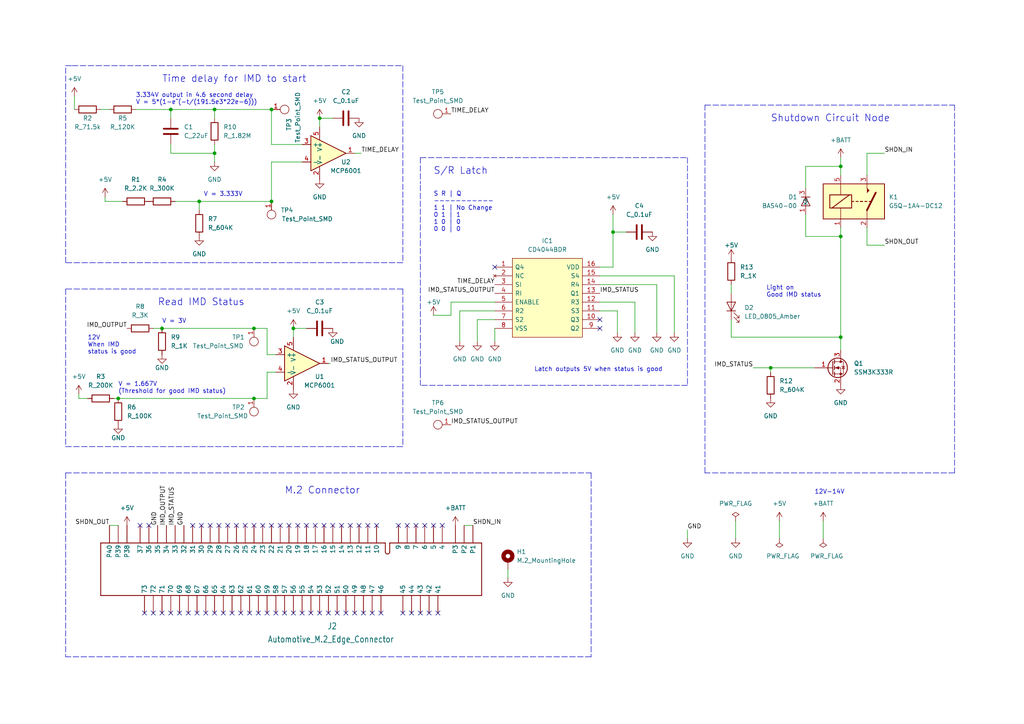
<source format=kicad_sch>
(kicad_sch (version 20211123) (generator eeschema)
  (paper "A4")
  (lib_symbols
    (symbol "formula:Automotive_M.2_Edge_Connector"
      (property "Reference" "J?" (at 1.27 49.53 0))
      (property "Value" "Automotive_M.2_Edge_Connector" (at 7.62 45.72 0))
      (symbol "Automotive_M.2_Edge_Connector_0_1"
        (arc (start -5.0436 15.2415) (mid -4.4198 15.8765) (end -5.0436 16.5115) (stroke (width 0.25)))
        (polyline (pts (xy -7.62 15.24) (xy -5.08 15.24)) (stroke (width 0.25)))
        (polyline (pts (xy -7.62 16.51) (xy -5.08 16.51)) (stroke (width 0.25)))
        (polyline (pts (xy -7.62 43.18) (xy -7.62 16.51)) (stroke (width 0.25)))
        (polyline (pts (xy 7.62 -67.31) (xy -7.62 -67.31)) (stroke (width 0.25)))
      )
      (symbol "Automotive_M.2_Edge_Connector_1_0"
        (polyline (pts (xy -7.62 -67.31) (xy -7.62 15.24)) (stroke (width 0.254)))
        (polyline (pts (xy 7.62 43.18) (xy -7.62 43.18)) (stroke (width 0.254)))
        (polyline (pts (xy 7.62 43.18) (xy 7.62 -67.31)) (stroke (width 0.254)))
        (pin bidirectional line (at -12.7 12.7 0) (length 5.08) (name "10") (number "10"))
        (pin bidirectional line (at -12.7 10.16 0) (length 5.08) (name "11") (number "11"))
        (pin bidirectional line (at -12.7 7.62 0) (length 5.08) (name "12") (number "12"))
        (pin bidirectional line (at -12.7 5.08 0) (length 5.08) (name "13") (number "13"))
        (pin bidirectional line (at -12.7 2.54 0) (length 5.08) (name "14") (number "14"))
        (pin bidirectional line (at -12.7 0 0) (length 5.08) (name "15") (number "15"))
        (pin bidirectional line (at -12.7 -2.54 0) (length 5.08) (name "16") (number "16"))
        (pin bidirectional line (at -12.7 -5.08 0) (length 5.08) (name "17") (number "17"))
        (pin bidirectional line (at -12.7 -7.62 0) (length 5.08) (name "18") (number "18"))
        (pin bidirectional line (at -12.7 -10.16 0) (length 5.08) (name "19") (number "19"))
        (pin bidirectional line (at -12.7 -12.7 0) (length 5.08) (name "20") (number "20"))
        (pin bidirectional line (at -12.7 -15.24 0) (length 5.08) (name "21") (number "21"))
        (pin bidirectional line (at -12.7 -17.78 0) (length 5.08) (name "22") (number "22"))
        (pin bidirectional line (at -12.7 -20.32 0) (length 5.08) (name "23") (number "23"))
        (pin bidirectional line (at -12.7 -22.86 0) (length 5.08) (name "24") (number "24"))
        (pin bidirectional line (at -12.7 -25.4 0) (length 5.08) (name "25") (number "25"))
        (pin bidirectional line (at -12.7 -27.94 0) (length 5.08) (name "26") (number "26"))
        (pin bidirectional line (at -12.7 -30.48 0) (length 5.08) (name "27") (number "27"))
        (pin bidirectional line (at -12.7 -33.02 0) (length 5.08) (name "28") (number "28"))
        (pin bidirectional line (at -12.7 -35.56 0) (length 5.08) (name "29") (number "29"))
        (pin bidirectional line (at -12.7 -38.1 0) (length 5.08) (name "30") (number "30"))
        (pin bidirectional line (at -12.7 -40.64 0) (length 5.08) (name "31") (number "31"))
        (pin bidirectional line (at -12.7 -43.18 0) (length 5.08) (name "32") (number "32"))
        (pin bidirectional line (at -12.7 -45.72 0) (length 5.08) (name "33") (number "33"))
        (pin bidirectional line (at -12.7 -48.26 0) (length 5.08) (name "34") (number "34"))
        (pin bidirectional line (at -12.7 -50.8 0) (length 5.08) (name "35") (number "35"))
        (pin bidirectional line (at -12.7 -53.34 0) (length 5.08) (name "36") (number "36"))
        (pin bidirectional line (at -12.7 -55.88 0) (length 5.08) (name "37") (number "37"))
        (pin bidirectional line (at -12.7 31.75 0) (length 5.08) (name "4") (number "4"))
        (pin bidirectional line (at 12.7 30.48 180) (length 5.08) (name "41") (number "41"))
        (pin bidirectional line (at 12.7 27.94 180) (length 5.08) (name "42") (number "42"))
        (pin bidirectional line (at 12.7 25.4 180) (length 5.08) (name "43") (number "43"))
        (pin bidirectional line (at 12.7 22.86 180) (length 5.08) (name "44") (number "44"))
        (pin bidirectional line (at 12.7 20.32 180) (length 5.08) (name "45") (number "45"))
        (pin bidirectional line (at 12.7 13.97 180) (length 5.08) (name "46") (number "46"))
        (pin bidirectional line (at 12.7 11.43 180) (length 5.08) (name "47") (number "47"))
        (pin bidirectional line (at 12.7 8.89 180) (length 5.08) (name "48") (number "48"))
        (pin bidirectional line (at 12.7 6.35 180) (length 5.08) (name "49") (number "49"))
        (pin bidirectional line (at -12.7 29.21 0) (length 5.08) (name "5") (number "5"))
        (pin bidirectional line (at 12.7 3.81 180) (length 5.08) (name "50") (number "50"))
        (pin bidirectional line (at 12.7 1.27 180) (length 5.08) (name "51") (number "51"))
        (pin bidirectional line (at 12.7 -1.27 180) (length 5.08) (name "52") (number "52"))
        (pin bidirectional line (at 12.7 -3.81 180) (length 5.08) (name "53") (number "53"))
        (pin bidirectional line (at 12.7 -6.35 180) (length 5.08) (name "54") (number "54"))
        (pin bidirectional line (at 12.7 -8.89 180) (length 5.08) (name "55") (number "55"))
        (pin bidirectional line (at 12.7 -11.43 180) (length 5.08) (name "56") (number "56"))
        (pin bidirectional line (at 12.7 -13.97 180) (length 5.08) (name "57") (number "57"))
        (pin bidirectional line (at 12.7 -16.51 180) (length 5.08) (name "58") (number "58"))
        (pin bidirectional line (at 12.7 -19.05 180) (length 5.08) (name "59") (number "59"))
        (pin bidirectional line (at -12.7 26.67 0) (length 5.08) (name "6") (number "6"))
        (pin bidirectional line (at 12.7 -21.59 180) (length 5.08) (name "60") (number "60"))
        (pin bidirectional line (at 12.7 -24.13 180) (length 5.08) (name "61") (number "61"))
        (pin bidirectional line (at 12.7 -26.67 180) (length 5.08) (name "62") (number "62"))
        (pin bidirectional line (at 12.7 -29.21 180) (length 5.08) (name "63") (number "63"))
        (pin bidirectional line (at 12.7 -31.75 180) (length 5.08) (name "64") (number "64"))
        (pin bidirectional line (at 12.7 -34.29 180) (length 5.08) (name "65") (number "65"))
        (pin bidirectional line (at 12.7 -36.83 180) (length 5.08) (name "66") (number "66"))
        (pin bidirectional line (at 12.7 -39.37 180) (length 5.08) (name "67") (number "67"))
        (pin bidirectional line (at 12.7 -41.91 180) (length 5.08) (name "68") (number "68"))
        (pin bidirectional line (at 12.7 -44.45 180) (length 5.08) (name "69") (number "69"))
        (pin bidirectional line (at -12.7 24.13 0) (length 5.08) (name "7") (number "7"))
        (pin bidirectional line (at 12.7 -46.99 180) (length 5.08) (name "70") (number "70"))
        (pin bidirectional line (at 12.7 -49.53 180) (length 5.08) (name "71") (number "71"))
        (pin bidirectional line (at 12.7 -52.07 180) (length 5.08) (name "72") (number "72"))
        (pin bidirectional line (at 12.7 -54.61 180) (length 5.08) (name "73") (number "73"))
        (pin bidirectional line (at -12.7 21.59 0) (length 5.08) (name "8") (number "8"))
        (pin bidirectional line (at -12.7 19.05 0) (length 5.08) (name "9") (number "9"))
        (pin bidirectional line (at -12.7 40.64 0) (length 5.08) (name "P1") (number "P1"))
        (pin bidirectional line (at -12.7 38.1 0) (length 5.08) (name "P2") (number "P2"))
        (pin bidirectional line (at -12.7 35.56 0) (length 5.08) (name "P3") (number "P3"))
        (pin bidirectional line (at -12.7 -59.69 0) (length 5.08) (name "P38") (number "P38"))
        (pin bidirectional line (at -12.7 -62.23 0) (length 5.08) (name "P39") (number "P39"))
        (pin bidirectional line (at -12.7 -64.77 0) (length 5.08) (name "P40") (number "P40"))
      )
    )
    (symbol "formula:BAS40-00" (pin_names (offset 1.016))
      (property "Reference" "D" (at 0 2.54 0))
      (property "Value" "BAS40-00" (at 0 -2.54 0))
      (symbol "BAS40-00_1_1"
        (polyline (pts (xy -1.27 1.27) (xy -1.27 -1.27)) (stroke (width 0.2032)))
        (polyline (pts (xy 1.27 0) (xy -1.27 0)))
        (polyline (pts (xy 1.27 1.27) (xy 1.27 -1.27) (xy -1.27 0) (xy 1.27 1.27)) (stroke (width 0.2032)))
        (pin passive line (at 3.81 0 180) (length 2.54) (name "A") (number "1"))
        (pin passive line (at -3.81 0 0) (length 2.54) (name "K") (number "3"))
      )
    )
    (symbol "formula:CD4044BDR" (pin_names (offset 0.762))
      (property "Reference" "IC" (at 26.67 7.62 0))
      (property "Value" "CD4044BDR" (at 26.67 5.08 0))
      (symbol "CD4044BDR_0_0"
        (pin passive line (at 0 0 0) (length 5.08) (name "Q4") (number "1"))
        (pin passive line (at 30.48 -15.24 180) (length 5.08) (name "Q3") (number "10"))
        (pin passive line (at 30.48 -12.7 180) (length 5.08) (name "S3") (number "11"))
        (pin passive line (at 30.48 -10.16 180) (length 5.08) (name "R3") (number "12"))
        (pin passive line (at 30.48 -7.62 180) (length 5.08) (name "Q1") (number "13"))
        (pin passive line (at 30.48 -5.08 180) (length 5.08) (name "R4") (number "14"))
        (pin passive line (at 30.48 -2.54 180) (length 5.08) (name "S4") (number "15"))
        (pin passive line (at 30.48 0 180) (length 5.08) (name "VDD") (number "16"))
        (pin no_connect line (at 0 -2.54 0) (length 5.08) (name "NC") (number "2"))
        (pin passive line (at 0 -5.08 0) (length 5.08) (name "SI") (number "3"))
        (pin passive line (at 0 -7.62 0) (length 5.08) (name "RI") (number "4"))
        (pin passive line (at 0 -10.16 0) (length 5.08) (name "ENABLE") (number "5"))
        (pin passive line (at 0 -12.7 0) (length 5.08) (name "R2") (number "6"))
        (pin passive line (at 0 -15.24 0) (length 5.08) (name "S2") (number "7"))
        (pin passive line (at 0 -17.78 0) (length 5.08) (name "VSS") (number "8"))
        (pin passive line (at 30.48 -17.78 180) (length 5.08) (name "Q2") (number "9"))
      )
      (symbol "CD4044BDR_0_1"
        (polyline (pts (xy 5.08 2.54) (xy 25.4 2.54) (xy 25.4 -20.32) (xy 5.08 -20.32) (xy 5.08 2.54)) (stroke (width 0.1524)) (fill (type background)))
      )
    )
    (symbol "formula:C_0.1uF" (pin_numbers hide) (pin_names (offset 0.254))
      (property "Reference" "C" (at 0.635 2.54 0))
      (property "Value" "C_0.1uF" (at 0.635 -2.54 0))
      (symbol "C_0.1uF_0_1"
        (polyline (pts (xy -2.032 -0.762) (xy 2.032 -0.762)) (stroke (width 0.508)))
        (polyline (pts (xy -2.032 0.762) (xy 2.032 0.762)) (stroke (width 0.508)))
      )
      (symbol "C_0.1uF_1_1"
        (pin passive line (at 0 3.81 270) (length 2.794) (name "~") (number "1"))
        (pin passive line (at 0 -3.81 90) (length 2.794) (name "~") (number "2"))
      )
    )
    (symbol "formula:C_22uF" (pin_numbers hide) (pin_names (offset 0.254))
      (property "Reference" "C" (at 0.635 2.54 0))
      (property "Value" "C_22uF" (at 0.635 -2.54 0))
      (symbol "C_22uF_0_1"
        (polyline (pts (xy -2.032 -0.762) (xy 2.032 -0.762)) (stroke (width 0.508)))
        (polyline (pts (xy -2.032 0.762) (xy 2.032 0.762)) (stroke (width 0.508)))
      )
      (symbol "C_22uF_1_1"
        (pin passive line (at 0 3.81 270) (length 2.794) (name "~") (number "1"))
        (pin passive line (at 0 -3.81 90) (length 2.794) (name "~") (number "2"))
      )
    )
    (symbol "formula:G5Q-1A4-DC12" (pin_names (offset 1.016))
      (property "Reference" "K" (at -1.27 12.7 0))
      (property "Value" "G5Q-1A4-DC12" (at 0 -10.16 0))
      (symbol "G5Q-1A4-DC12_1_0"
        (polyline (pts (xy 2.54 3.81) (xy 2.54 5.08)))
      )
      (symbol "G5Q-1A4-DC12_1_1"
        (rectangle (start -10.16 5.08) (end 7.62 -5.08) (stroke (width 0.254)) (fill (type background)))
        (rectangle (start -8.255 1.905) (end -1.905 -1.905) (stroke (width 0.254)))
        (polyline (pts (xy -7.62 -1.905) (xy -2.54 1.905)) (stroke (width 0.254)))
        (polyline (pts (xy -5.08 -5.08) (xy -5.08 -1.905)))
        (polyline (pts (xy -5.08 5.08) (xy -5.08 1.905)))
        (polyline (pts (xy -1.905 0) (xy -1.27 0)) (stroke (width 0.254)))
        (polyline (pts (xy -0.635 0) (xy 0 0)) (stroke (width 0.254)))
        (polyline (pts (xy 0.635 0) (xy 1.27 0)) (stroke (width 0.254)))
        (polyline (pts (xy 0.635 0) (xy 1.27 0)) (stroke (width 0.254)))
        (polyline (pts (xy 1.905 0) (xy 2.54 0)) (stroke (width 0.254)))
        (polyline (pts (xy 2.54 -2.54) (xy 2.54 -5.08)))
        (polyline (pts (xy 2.54 -2.54) (xy 5.08 2.54)) (stroke (width 0.508)))
        (polyline (pts (xy 3.175 0) (xy 3.81 0)) (stroke (width 0.254)))
        (polyline (pts (xy 2.54 2.54) (xy 3.175 3.175) (xy 2.54 3.81)) (fill (type outline)))
        (pin passive line (at -5.08 -7.62 90) (length 2.54) (name "~") (number "1"))
        (pin passive line (at 2.54 -7.62 90) (length 2.54) (name "~") (number "2"))
        (pin passive line (at 2.54 7.62 270) (length 2.54) (name "~") (number "3"))
        (pin passive line (at -5.08 7.62 270) (length 2.54) (name "~") (number "5"))
      )
    )
    (symbol "formula:LED_0805_Amber" (pin_numbers hide) (pin_names (offset 1.016) hide)
      (property "Reference" "D" (at 0 -2.54 0))
      (property "Value" "LED_0805_Amber" (at 0 2.54 0))
      (symbol "LED_0805_Amber_0_1"
        (polyline (pts (xy -1.27 -1.27) (xy -1.27 1.27)) (stroke (width 0.2032)))
        (polyline (pts (xy -1.27 0) (xy 1.27 0)))
        (polyline (pts (xy 1.27 -1.27) (xy 1.27 1.27) (xy -1.27 0) (xy 1.27 -1.27)) (stroke (width 0.2032)))
        (polyline (pts (xy -3.048 -0.762) (xy -4.572 -2.286) (xy -3.81 -2.286) (xy -4.572 -2.286) (xy -4.572 -1.524)))
        (polyline (pts (xy -1.778 -0.762) (xy -3.302 -2.286) (xy -2.54 -2.286) (xy -3.302 -2.286) (xy -3.302 -1.524)))
      )
      (symbol "LED_0805_Amber_1_1"
        (pin passive line (at -3.81 0 0) (length 2.54) (name "K") (number "1"))
        (pin passive line (at 3.81 0 180) (length 2.54) (name "A") (number "2"))
      )
    )
    (symbol "formula:M.2_MountingHole" (pin_numbers hide) (pin_names (offset 1.016) hide)
      (property "Reference" "H" (at 0 6.35 0))
      (property "Value" "M.2_MountingHole" (at 0 4.445 0))
      (symbol "M.2_MountingHole_0_1"
        (circle (center 0 1.27) (radius 1.27) (stroke (width 1.27)))
      )
      (symbol "M.2_MountingHole_1_1"
        (pin input line (at 0 -2.54 90) (length 2.54) (name "1") (number "1"))
      )
    )
    (symbol "formula:MCP6001"
      (property "Reference" "U" (at 0 5.08 0))
      (property "Value" "MCP6001" (at 0 -5.08 0))
      (symbol "MCP6001_0_1"
        (polyline (pts (xy -5.08 5.08) (xy 5.08 0) (xy -5.08 -5.08) (xy -5.08 5.08)) (stroke (width 0.254)) (fill (type background)))
        (pin power_in line (at -2.54 -7.62 90) (length 3.81) (name "V-") (number "2"))
        (pin power_in line (at -2.54 7.62 270) (length 3.81) (name "V+") (number "5"))
      )
      (symbol "MCP6001_1_1"
        (pin output line (at 7.62 0 180) (length 2.54) (name "~") (number "1"))
        (pin input line (at -7.62 2.54 0) (length 2.54) (name "+") (number "3"))
        (pin input line (at -7.62 -2.54 0) (length 2.54) (name "-") (number "4"))
      )
    )
    (symbol "formula:R_1.82M" (pin_numbers hide) (pin_names (offset 0))
      (property "Reference" "R" (at 2.032 0 90))
      (property "Value" "R_1.82M" (at -2.54 0 90))
      (symbol "R_1.82M_0_1"
        (rectangle (start -1.016 -2.54) (end 1.016 2.54) (stroke (width 0.254)))
      )
      (symbol "R_1.82M_1_1"
        (pin passive line (at 0 3.81 270) (length 1.27) (name "~") (number "1"))
        (pin passive line (at 0 -3.81 90) (length 1.27) (name "~") (number "2"))
      )
    )
    (symbol "formula:R_100K" (pin_numbers hide) (pin_names (offset 0))
      (property "Reference" "R" (at 2.032 0 90))
      (property "Value" "R_100K" (at -2.54 0 90))
      (symbol "R_100K_0_1"
        (rectangle (start -1.016 -2.54) (end 1.016 2.54) (stroke (width 0.254)))
      )
      (symbol "R_100K_1_1"
        (pin passive line (at 0 3.81 270) (length 1.27) (name "~") (number "1"))
        (pin passive line (at 0 -3.81 90) (length 1.27) (name "~") (number "2"))
      )
    )
    (symbol "formula:R_120K" (pin_numbers hide) (pin_names (offset 0))
      (property "Reference" "R" (at 2.032 0 90))
      (property "Value" "R_120K" (at -2.54 0 90))
      (symbol "R_120K_0_1"
        (rectangle (start -1.016 -2.54) (end 1.016 2.54) (stroke (width 0.254)))
      )
      (symbol "R_120K_1_1"
        (pin passive line (at 0 3.81 270) (length 1.27) (name "~") (number "1"))
        (pin passive line (at 0 -3.81 90) (length 1.27) (name "~") (number "2"))
      )
    )
    (symbol "formula:R_1K" (pin_numbers hide) (pin_names (offset 0))
      (property "Reference" "R" (at 2.032 0 90))
      (property "Value" "R_1K" (at -2.54 0 90))
      (symbol "R_1K_0_1"
        (rectangle (start -1.016 -2.54) (end 1.016 2.54) (stroke (width 0.254)))
      )
      (symbol "R_1K_1_1"
        (pin passive line (at 0 3.81 270) (length 1.27) (name "~") (number "1"))
        (pin passive line (at 0 -3.81 90) (length 1.27) (name "~") (number "2"))
      )
    )
    (symbol "formula:R_2.2K" (pin_numbers hide) (pin_names (offset 0))
      (property "Reference" "R" (at 2.032 0 90))
      (property "Value" "R_2.2K" (at -2.54 0 90))
      (symbol "R_2.2K_0_1"
        (rectangle (start -1.016 -2.54) (end 1.016 2.54) (stroke (width 0.254)))
      )
      (symbol "R_2.2K_1_1"
        (pin passive line (at 0 3.81 270) (length 1.27) (name "~") (number "1"))
        (pin passive line (at 0 -3.81 90) (length 1.27) (name "~") (number "2"))
      )
    )
    (symbol "formula:R_200K" (pin_numbers hide) (pin_names (offset 0))
      (property "Reference" "R" (at 2.032 0 90))
      (property "Value" "R_200K" (at -2.54 0 90))
      (symbol "R_200K_0_1"
        (rectangle (start -1.016 -2.54) (end 1.016 2.54) (stroke (width 0.254)))
      )
      (symbol "R_200K_1_1"
        (pin passive line (at 0 3.81 270) (length 1.27) (name "~") (number "1"))
        (pin passive line (at 0 -3.81 90) (length 1.27) (name "~") (number "2"))
      )
    )
    (symbol "formula:R_300K" (pin_numbers hide) (pin_names (offset 0))
      (property "Reference" "R" (at 2.032 0 90))
      (property "Value" "R_300K" (at -2.54 0 90))
      (symbol "R_300K_0_1"
        (rectangle (start -1.016 -2.54) (end 1.016 2.54) (stroke (width 0.254)))
      )
      (symbol "R_300K_1_1"
        (pin passive line (at 0 3.81 270) (length 1.27) (name "~") (number "1"))
        (pin passive line (at 0 -3.81 90) (length 1.27) (name "~") (number "2"))
      )
    )
    (symbol "formula:R_3K" (pin_numbers hide) (pin_names (offset 0))
      (property "Reference" "R" (at 2.032 0 90))
      (property "Value" "R_3K" (at -2.54 0 90))
      (symbol "R_3K_0_1"
        (rectangle (start -1.016 -2.54) (end 1.016 2.54) (stroke (width 0.254)))
      )
      (symbol "R_3K_1_1"
        (pin passive line (at 0 3.81 270) (length 1.27) (name "~") (number "1"))
        (pin passive line (at 0 -3.81 90) (length 1.27) (name "~") (number "2"))
      )
    )
    (symbol "formula:R_604K" (pin_numbers hide) (pin_names (offset 0))
      (property "Reference" "R" (at 2.032 0 90))
      (property "Value" "R_604K" (at -2.54 0 90))
      (symbol "R_604K_0_1"
        (rectangle (start -1.016 -2.54) (end 1.016 2.54) (stroke (width 0.254)))
      )
      (symbol "R_604K_1_1"
        (pin passive line (at 0 3.81 270) (length 1.27) (name "~") (number "1"))
        (pin passive line (at 0 -3.81 90) (length 1.27) (name "~") (number "2"))
      )
    )
    (symbol "formula:R_71.5k" (pin_numbers hide) (pin_names (offset 0))
      (property "Reference" "R" (at 2.032 0 90))
      (property "Value" "R_71.5k" (at -2.54 0 90))
      (symbol "R_71.5k_0_1"
        (rectangle (start -1.016 -2.54) (end 1.016 2.54) (stroke (width 0.254)))
      )
      (symbol "R_71.5k_1_1"
        (pin passive line (at 0 3.81 270) (length 1.27) (name "~") (number "1"))
        (pin passive line (at 0 -3.81 90) (length 1.27) (name "~") (number "2"))
      )
    )
    (symbol "formula:SSM3K333R" (pin_names (offset 0) hide)
      (property "Reference" "Q" (at 5.08 1.905 0))
      (property "Value" "SSM3K333R" (at 5.08 0 0))
      (symbol "SSM3K333R_0_1"
        (polyline (pts (xy 0.762 -1.778) (xy 2.54 -1.778)))
        (polyline (pts (xy 0.762 -1.27) (xy 0.762 -2.286)) (stroke (width 0.254)))
        (polyline (pts (xy 0.762 0) (xy 2.54 0)))
        (polyline (pts (xy 0.762 0.508) (xy 0.762 -0.508)) (stroke (width 0.254)))
        (polyline (pts (xy 0.762 1.778) (xy 2.54 1.778)))
        (polyline (pts (xy 0.762 2.286) (xy 0.762 1.27)) (stroke (width 0.254)))
        (polyline (pts (xy 2.54 -1.778) (xy 2.54 -2.54)))
        (polyline (pts (xy 2.54 -1.778) (xy 2.54 0)))
        (polyline (pts (xy 2.54 2.54) (xy 2.54 1.778)))
        (polyline (pts (xy 0.254 1.905) (xy 0.254 -1.905) (xy 0.254 -1.905)) (stroke (width 0.254)))
        (polyline (pts (xy 1.016 0) (xy 2.032 0.381) (xy 2.032 -0.381) (xy 1.016 0)) (fill (type outline)))
        (polyline (pts (xy 2.54 -1.778) (xy 3.302 -1.778) (xy 3.302 1.778) (xy 2.54 1.778)))
        (polyline (pts (xy 2.794 0.508) (xy 2.921 0.381) (xy 3.683 0.381) (xy 3.81 0.254)))
        (polyline (pts (xy 3.302 0.381) (xy 2.921 -0.254) (xy 3.683 -0.254) (xy 3.302 0.381)))
        (circle (center 1.651 0) (radius 2.8194) (stroke (width 0.254)))
        (circle (center 2.54 -1.778) (radius 0.2794) (fill (type outline)))
        (circle (center 2.54 1.778) (radius 0.2794) (fill (type outline)))
      )
      (symbol "SSM3K333R_1_1"
        (pin input line (at -5.08 0 0) (length 5.334) (name "G") (number "1"))
        (pin passive line (at 2.54 -5.08 90) (length 2.54) (name "S") (number "2"))
        (pin passive line (at 2.54 5.08 270) (length 2.54) (name "D") (number "3"))
      )
    )
    (symbol "formula:Test_Point_SMD" (pin_names (offset 1.016))
      (property "Reference" "TP" (at 0 7.62 0))
      (property "Value" "Test_Point_SMD" (at 1.27 5.08 0))
      (symbol "Test_Point_SMD_1_1"
        (circle (center 0 2.54) (radius 1.27))
        (pin input line (at 0 -1.27 90) (length 2.54) (name "~") (number "1"))
      )
    )
    (symbol "power:+5V" (power) (pin_names (offset 0))
      (property "Value" "+5V" (at 0 3.556 0))
      (symbol "+5V_0_1"
        (polyline (pts (xy -0.762 1.27) (xy 0 2.54)))
        (polyline (pts (xy 0 0) (xy 0 2.54)))
        (polyline (pts (xy 0 2.54) (xy 0.762 1.27)))
      )
      (symbol "+5V_1_1"
        (pin power_in line (at 0 0 90) (length 0) hide (name "+5V") (number "1"))
      )
    )
    (symbol "power:+BATT" (power) (pin_names (offset 0))
      (property "Value" "+BATT" (at 0 3.556 0))
      (symbol "+BATT_0_1"
        (polyline (pts (xy -0.762 1.27) (xy 0 2.54)))
        (polyline (pts (xy 0 0) (xy 0 2.54)))
        (polyline (pts (xy 0 2.54) (xy 0.762 1.27)))
      )
      (symbol "+BATT_1_1"
        (pin power_in line (at 0 0 90) (length 0) hide (name "+BATT") (number "1"))
      )
    )
    (symbol "power:GND" (power) (pin_names (offset 0))
      (property "Value" "GND" (at 0 -3.81 0))
      (symbol "GND_0_1"
        (polyline (pts (xy 0 0) (xy 0 -1.27) (xy 1.27 -1.27) (xy 0 -2.54) (xy -1.27 -1.27) (xy 0 -1.27)))
      )
      (symbol "GND_1_1"
        (pin power_in line (at 0 0 270) (length 0) hide (name "GND") (number "1"))
      )
    )
    (symbol "power:PWR_FLAG" (power) (pin_numbers hide) (pin_names (offset 0) hide)
      (property "Value" "PWR_FLAG" (at 0 3.81 0))
      (symbol "PWR_FLAG_0_0"
        (pin power_out line (at 0 0 90) (length 0) (name "pwr") (number "1"))
      )
      (symbol "PWR_FLAG_0_1"
        (polyline (pts (xy 0 0) (xy 0 1.27) (xy -1.016 1.905) (xy 0 2.54) (xy 1.016 1.905) (xy 0 1.27)))
      )
    )
  )
  (junction (at 243.84 48.26))
  (junction (at 73.66 115.57))
  (junction (at 46.99 95.25))
  (junction (at 78.74 58.42))
  (junction (at 92.71 34.29))
  (junction (at 243.84 68.58))
  (junction (at 78.74 31.75))
  (junction (at 223.52 106.68))
  (junction (at 49.53 31.75))
  (junction (at 73.66 95.25))
  (junction (at 85.09 95.25))
  (junction (at 62.23 31.75))
  (junction (at 57.785 58.42))
  (junction (at 177.8 67.31))
  (junction (at 34.29 115.57))
  (junction (at 62.23 44.45))
  (junction (at 243.84 97.79))
  (no_connect (at 115.57 152.4))
  (no_connect (at 173.99 95.25))
  (no_connect (at 173.99 92.71))
  (no_connect (at 123.19 152.4))
  (no_connect (at 143.51 77.47))
  (no_connect (at 118.11 152.4))
  (no_connect (at 92.71 177.8))
  (no_connect (at 124.46 177.8))
  (no_connect (at 121.92 177.8))
  (no_connect (at 119.38 177.8))
  (no_connect (at 116.84 177.8))
  (no_connect (at 127 177.8))
  (no_connect (at 69.85 177.8))
  (no_connect (at 67.31 177.8))
  (no_connect (at 72.39 177.8))
  (no_connect (at 95.25 177.8))
  (no_connect (at 107.95 177.8))
  (no_connect (at 100.33 177.8))
  (no_connect (at 102.87 177.8))
  (no_connect (at 110.49 177.8))
  (no_connect (at 105.41 177.8))
  (no_connect (at 97.79 177.8))
  (no_connect (at 87.63 177.8))
  (no_connect (at 90.17 177.8))
  (no_connect (at 80.01 177.8))
  (no_connect (at 82.55 177.8))
  (no_connect (at 85.09 177.8))
  (no_connect (at 74.93 177.8))
  (no_connect (at 77.47 177.8))
  (no_connect (at 44.45 177.8))
  (no_connect (at 49.53 177.8))
  (no_connect (at 41.91 177.8))
  (no_connect (at 46.99 177.8))
  (no_connect (at 52.07 177.8))
  (no_connect (at 62.23 177.8))
  (no_connect (at 57.15 177.8))
  (no_connect (at 59.69 177.8))
  (no_connect (at 54.61 177.8))
  (no_connect (at 64.77 177.8))
  (no_connect (at 128.27 152.4))
  (no_connect (at 125.73 152.4))
  (no_connect (at 43.18 152.4))
  (no_connect (at 40.64 152.4))
  (no_connect (at 71.12 152.4))
  (no_connect (at 73.66 152.4))
  (no_connect (at 76.2 152.4))
  (no_connect (at 78.74 152.4))
  (no_connect (at 81.28 152.4))
  (no_connect (at 109.22 152.4))
  (no_connect (at 106.68 152.4))
  (no_connect (at 104.14 152.4))
  (no_connect (at 101.6 152.4))
  (no_connect (at 99.06 152.4))
  (no_connect (at 96.52 152.4))
  (no_connect (at 93.98 152.4))
  (no_connect (at 91.44 152.4))
  (no_connect (at 88.9 152.4))
  (no_connect (at 86.36 152.4))
  (no_connect (at 83.82 152.4))
  (no_connect (at 68.58 152.4))
  (no_connect (at 58.42 152.4))
  (no_connect (at 55.88 152.4))
  (no_connect (at 66.04 152.4))
  (no_connect (at 63.5 152.4))
  (no_connect (at 60.96 152.4))
  (no_connect (at 120.65 152.4))
  (wire (pts (xy 73.66 95.25) (xy 77.47 95.25)))
  (wire (pts (xy 44.45 95.25) (xy 46.99 95.25)))
  (wire (pts (xy 173.99 77.47) (xy 177.8 77.47)))
  (wire (pts (xy 57.785 58.42) (xy 57.785 60.96)))
  (wire (pts (xy 102.87 44.45) (xy 104.775 44.45)))
  (wire (pts (xy 233.68 68.58) (xy 243.84 68.58)))
  (wire (pts (xy 190.5 82.55) (xy 190.5 96.52)))
  (wire (pts (xy 233.68 48.26) (xy 233.68 54.61)))
  (wire (pts (xy 213.36 151.13) (xy 213.36 156.21)))
  (wire (pts (xy 179.07 90.17) (xy 179.07 96.52)))
  (wire (pts (xy 226.06 151.13) (xy 226.06 156.21)))
  (wire (pts (xy 77.47 95.25) (xy 77.47 102.87)))
  (wire (pts (xy 177.8 67.31) (xy 177.8 77.47)))
  (wire (pts (xy 21.59 27.94) (xy 21.59 31.75)))
  (wire (pts (xy 29.21 31.75) (xy 31.75 31.75)))
  (wire (pts (xy 199.39 153.67) (xy 199.39 156.21)))
  (wire (pts (xy 130.81 91.44) (xy 130.81 87.63)))
  (wire (pts (xy 85.09 95.25) (xy 88.9 95.25)))
  (polyline (pts (xy 121.92 45.72) (xy 199.39 45.72)))
  (wire (pts (xy 243.84 48.26) (xy 243.84 50.8)))
  (wire (pts (xy 173.99 82.55) (xy 190.5 82.55)))
  (wire (pts (xy 34.29 115.57) (xy 73.66 115.57)))
  (polyline (pts (xy 19.05 129.54) (xy 116.84 129.54)))
  (wire (pts (xy 125.73 91.44) (xy 130.81 91.44)))
  (wire (pts (xy 223.52 106.68) (xy 223.52 107.95)))
  (wire (pts (xy 57.785 58.42) (xy 78.74 58.42)))
  (polyline (pts (xy 199.39 45.72) (xy 199.39 111.76)))
  (polyline (pts (xy 19.05 76.2) (xy 19.05 19.05)))
  (polyline (pts (xy 276.86 137.16) (xy 204.47 137.16)))
  (wire (pts (xy 49.53 31.75) (xy 49.53 34.29)))
  (wire (pts (xy 233.68 62.23) (xy 233.68 68.58)))
  (wire (pts (xy 78.74 31.75) (xy 78.74 41.91)))
  (wire (pts (xy 184.15 87.63) (xy 184.15 96.52)))
  (wire (pts (xy 243.84 45.72) (xy 243.84 48.26)))
  (wire (pts (xy 251.46 44.45) (xy 251.46 50.8)))
  (polyline (pts (xy 199.39 111.76) (xy 121.92 111.76)))
  (polyline (pts (xy 19.05 137.16) (xy 171.45 137.16)))
  (wire (pts (xy 92.71 34.29) (xy 92.71 36.83)))
  (wire (pts (xy 223.52 106.68) (xy 236.22 106.68)))
  (polyline (pts (xy 121.92 107.95) (xy 121.92 111.76)))
  (wire (pts (xy 33.02 115.57) (xy 34.29 115.57)))
  (wire (pts (xy 49.53 44.45) (xy 62.23 44.45)))
  (polyline (pts (xy 121.92 107.95) (xy 121.92 53.34)))
  (wire (pts (xy 177.8 62.23) (xy 177.8 67.31)))
  (polyline (pts (xy 276.86 30.48) (xy 276.86 137.16)))
  (wire (pts (xy 62.23 41.91) (xy 62.23 44.45)))
  (wire (pts (xy 95.25 105.41) (xy 95.885 105.41)))
  (wire (pts (xy 233.68 48.26) (xy 243.84 48.26)))
  (wire (pts (xy 251.46 71.12) (xy 256.54 71.12)))
  (wire (pts (xy 195.58 80.01) (xy 195.58 96.52)))
  (wire (pts (xy 133.35 90.17) (xy 133.35 99.06)))
  (wire (pts (xy 238.76 151.13) (xy 238.76 156.21)))
  (polyline (pts (xy 116.84 76.2) (xy 19.05 76.2)))
  (wire (pts (xy 243.84 97.79) (xy 243.84 101.6)))
  (wire (pts (xy 49.53 31.75) (xy 62.23 31.75)))
  (wire (pts (xy 49.53 41.91) (xy 49.53 44.45)))
  (wire (pts (xy 134.62 152.4) (xy 137.16 152.4)))
  (wire (pts (xy 177.8 67.31) (xy 181.61 67.31)))
  (polyline (pts (xy 204.47 137.16) (xy 204.47 30.48)))
  (wire (pts (xy 243.84 68.58) (xy 243.84 66.04)))
  (wire (pts (xy 251.46 44.45) (xy 256.54 44.45)))
  (wire (pts (xy 78.74 41.91) (xy 87.63 41.91)))
  (wire (pts (xy 30.48 57.15) (xy 30.48 58.42)))
  (wire (pts (xy 30.48 58.42) (xy 35.56 58.42)))
  (wire (pts (xy 143.51 92.71) (xy 138.43 92.71)))
  (wire (pts (xy 173.99 90.17) (xy 179.07 90.17)))
  (wire (pts (xy 173.99 87.63) (xy 184.15 87.63)))
  (polyline (pts (xy 171.45 190.5) (xy 19.05 190.5)))
  (wire (pts (xy 73.66 115.57) (xy 77.47 115.57)))
  (polyline (pts (xy 19.05 83.82) (xy 19.05 129.54)))
  (wire (pts (xy 173.99 80.01) (xy 195.58 80.01)))
  (wire (pts (xy 85.09 95.25) (xy 85.09 97.79)))
  (polyline (pts (xy 116.84 19.05) (xy 116.84 76.2)))
  (polyline (pts (xy 20.955 19.05) (xy 116.84 19.05)))
  (wire (pts (xy 78.74 46.99) (xy 87.63 46.99)))
  (wire (pts (xy 62.23 31.75) (xy 78.74 31.75)))
  (wire (pts (xy 78.74 46.99) (xy 78.74 58.42)))
  (polyline (pts (xy 116.84 83.82) (xy 116.84 129.54)))
  (wire (pts (xy 92.71 34.29) (xy 96.52 34.29)))
  (wire (pts (xy 130.81 87.63) (xy 143.51 87.63)))
  (wire (pts (xy 77.47 107.95) (xy 80.01 107.95)))
  (wire (pts (xy 50.8 58.42) (xy 57.785 58.42)))
  (wire (pts (xy 212.09 82.55) (xy 212.09 85.09)))
  (polyline (pts (xy 116.84 83.82) (xy 19.05 83.82)))
  (wire (pts (xy 46.99 95.25) (xy 73.66 95.25)))
  (wire (pts (xy 77.47 102.87) (xy 80.01 102.87)))
  (wire (pts (xy 143.51 95.25) (xy 143.51 99.06)))
  (polyline (pts (xy 121.92 45.72) (xy 121.92 53.34)))
  (wire (pts (xy 77.47 107.95) (xy 77.47 115.57)))
  (wire (pts (xy 34.29 152.4) (xy 31.75 152.4)))
  (wire (pts (xy 39.37 31.75) (xy 49.53 31.75)))
  (wire (pts (xy 147.32 165.1) (xy 147.32 167.64)))
  (polyline (pts (xy 171.45 137.16) (xy 171.45 190.5)))
  (wire (pts (xy 143.51 90.17) (xy 133.35 90.17)))
  (wire (pts (xy 138.43 92.71) (xy 138.43 99.06)))
  (wire (pts (xy 243.84 97.79) (xy 212.09 97.79)))
  (wire (pts (xy 22.86 115.57) (xy 25.4 115.57)))
  (polyline (pts (xy 204.47 30.48) (xy 276.86 30.48)))
  (polyline (pts (xy 19.05 137.16) (xy 19.05 190.5)))
  (wire (pts (xy 22.86 114.3) (xy 22.86 115.57)))
  (wire (pts (xy 212.09 92.71) (xy 212.09 97.79)))
  (wire (pts (xy 62.23 31.75) (xy 62.23 34.29)))
  (wire (pts (xy 218.44 106.68) (xy 223.52 106.68)))
  (polyline (pts (xy 19.05 19.05) (xy 20.955 19.05)))
  (wire (pts (xy 251.46 66.04) (xy 251.46 71.12)))
  (wire (pts (xy 62.23 44.45) (xy 62.23 46.99)))
  (wire (pts (xy 243.84 68.58) (xy 243.84 97.79)))
  (text "Time delay for IMD to start" (at 46.99 24.13 0) (effects (font (size 2 2)) (justify left bottom)))
  (text "Read IMD Status" (at 45.72 88.9 0) (effects (font (size 2 2)) (justify left bottom)))
  (text "Latch outputs 5V when status is good" (at 154.94 107.95 0) (effects (font (size 1.27 1.27)) (justify left bottom)))
  (text "S R | Q\n-----------\n1 1 | No Change\n0 1 | 1\n1 0 | 0\n0 0 | 0" (at 125.73 67.31 0) (effects (font (size 1.27 1.27)) (justify left bottom)))
  (text "V = 1.667V\n(Threshold for good IMD status)" (at 34.29 114.3 0) (effects (font (size 1.27 1.27)) (justify left bottom)))
  (text "V = 3V" (at 46.99 93.98 0) (effects (font (size 1.27 1.27)) (justify left bottom)))
  (text "Shutdown Circuit Node" (at 223.52 35.56 0) (effects (font (size 2 2)) (justify left bottom)))
  (text "12V-14V" (at 236.22 143.51 0) (effects (font (size 1.27 1.27)) (justify left bottom)))
  (text "12V\nWhen IMD\nstatus is good" (at 25.4 102.87 0) (effects (font (size 1.27 1.27)) (justify left bottom)))
  (text "V = 3.333V" (at 59.055 57.15 0) (effects (font (size 1.27 1.27)) (justify left bottom)))
  (text "M.2 Connector" (at 82.55 143.51 0) (effects (font (size 2 2)) (justify left bottom)))
  (text "S/R Latch" (at 125.73 50.8 0) (effects (font (size 2 2)) (justify left bottom)))
  (text "Light on\nGood IMD status" (at 222.25 86.36 0) (effects (font (size 1.27 1.27)) (justify left bottom)))
  (text "3.334V output in 4.6 second delay\nV = 5*(1-e^(-t/(191.5e3*22e-6)))" (at 39.37 30.48 0) (effects (font (size 1.27 1.27)) (justify left bottom)))
  (label "GND" (at 53.34 152.4 90))
  (label "IMD_STATUS_OUTPUT" (at 95.885 105.41 0))
  (label "GND" (at 199.39 153.67 0))
  (label "SHDN_OUT" (at 31.75 152.4 180))
  (label "IMD_STATUS" (at 50.8 152.4 90))
  (label "TIME_DELAY" (at 130.81 33.02 0))
  (label "IMD_STATUS" (at 218.44 106.68 180))
  (label "IMD_STATUS_OUTPUT" (at 130.81 123.19 0))
  (label "TIME_DELAY" (at 143.51 82.55 180))
  (label "IMD_OUTPUT" (at 36.83 95.25 180))
  (label "SHDN_IN" (at 256.54 44.45 0))
  (label "IMD_OUTPUT" (at 48.26 152.4 90))
  (label "TIME_DELAY" (at 104.775 44.45 0))
  (label "IMD_STATUS" (at 173.99 85.09 0))
  (label "SHDN_OUT" (at 256.54 71.12 0))
  (label "SHDN_IN" (at 137.16 152.4 0))
  (label "IMD_STATUS_OUTPUT" (at 143.51 85.09 180))
  (label "GND" (at 45.72 152.4 90))
  (symbol (lib_id "power:GND") (at 179.07 96.52 0) (unit 1)
    (property "Reference" "#PWR?" (effects hide))
    (property "Value" "GND" (at 179.07 101.6 0))
  )
  (symbol (lib_id "formula:R_2.2K") (at 39.37 58.42 90) (unit 1)
    (property "Reference" "R1" (at 39.37 52.07 90))
    (property "Value" "R_2.2K" (at 39.37 54.61 90))
    (property "Footprint" "footprints:R_0805_OEM" (effects hide))
    (property "Datasheet" "https://www.seielect.com/Catalog/SEI-RMCF_RMCP.pdf" (effects hide))
    (property "MFN" "DK" (effects hide))
    (property "MPN" "RMCF0805FT2K20CT-ND" (effects hide))
    (property "PurchasingLink" "https://www.digikey.com/product-detail/en/stackpole-electronics-inc/RMCF0805FT2K20/RMCF0805FT2K20CT-ND/1942387" (effects hide))
  )
  (symbol (lib_id "formula:LED_0805_Amber") (at 212.09 88.9 90) (unit 1)
    (property "Reference" "D2" (at 215.9 89.2301 90) (effects (justify right)))
    (property "Value" "LED_0805_Amber" (at 215.9 91.7701 90) (effects (justify right)))
    (property "Footprint" "footprints:LED_0805_OEM" (effects hide))
    (property "Datasheet" "https://media.digikey.com/pdf/Data%20Sheets/Chicago%20Miniature%20Lamps%20PDFs/CMDA5_Series_Rev_Aug_2014.pdf" (effects hide))
    (property "MFN" "DK" (effects hide))
    (property "MPN" "L71517CT-ND" (effects hide))
    (property "PurchasingLink" "https://www.digikey.com/product-detail/en/visual-communications-company-vcc/CMDA5DY7D1S/L71517CT-ND/614867" (effects hide))
  )
  (symbol (lib_id "formula:R_1K") (at 212.09 78.74 0) (unit 1)
    (property "Reference" "R13" (at 214.63 77.4699 0) (effects (justify left)))
    (property "Value" "R_1K" (at 214.63 80.0099 0) (effects (justify left)))
    (property "Footprint" "footprints:R_0805_OEM" (effects hide))
    (property "Datasheet" "https://www.seielect.com/Catalog/SEI-rncp.pdf" (effects hide))
    (property "MFN" "DK" (effects hide))
    (property "MPN" "RNCP0805FTD1K00CT-ND" (effects hide))
    (property "PurchasingLink" "https://www.digikey.com/products/en?keywords=RNCP0805FTD1K00CT-ND" (effects hide))
  )
  (symbol (lib_id "power:GND") (at 46.99 102.87 0) (unit 1)
    (property "Reference" "#PWR?" (effects hide))
    (property "Value" "GND" (at 46.99 106.68 0))
  )
  (symbol (lib_id "power:+5V") (at 212.09 74.93 0) (unit 1)
    (property "Reference" "#PWR?" (effects hide))
    (property "Value" "+5V" (at 212.09 71.12 0))
  )
  (symbol (lib_id "power:+5V") (at 226.06 151.13 0) (unit 1)
    (property "Reference" "#PWR?" (effects hide))
    (property "Value" "+5V" (at 226.06 146.05 0))
  )
  (symbol (lib_id "formula:C_0.1uF") (at 92.71 95.25 90) (unit 1)
    (property "Reference" "C3" (at 92.71 87.63 90))
    (property "Value" "C_0.1uF" (at 92.71 90.17 90))
    (property "Footprint" "footprints:C_0805_OEM" (effects hide))
    (property "Datasheet" "http://datasheets.avx.com/X7RDielectric.pdf" (effects hide))
    (property "MFN" "DK" (effects hide))
    (property "MPN" "478-3352-1-ND" (effects hide))
    (property "PurchasingLink" "https://www.digikey.com/products/en?keywords=478-3352-1-ND" (effects hide))
  )
  (symbol (lib_id "power:+5V") (at 36.83 152.4 0) (unit 1)
    (property "Reference" "#PWR?" (effects hide))
    (property "Value" "+5V" (at 36.83 147.32 0))
  )
  (symbol (lib_id "power:GND") (at 189.23 67.31 0) (unit 1)
    (property "Reference" "#PWR?" (effects hide))
    (property "Value" "GND" (at 189.23 72.39 0))
  )
  (symbol (lib_id "power:+5V") (at 92.71 34.29 0) (unit 1)
    (property "Reference" "#PWR?" (effects hide))
    (property "Value" "+5V" (at 92.71 29.21 0))
  )
  (symbol (lib_id "formula:R_3K") (at 40.64 95.25 90) (unit 1)
    (property "Reference" "R8" (at 40.64 88.9 90))
    (property "Value" "R_3K" (at 40.64 91.44 90))
    (property "Footprint" "footprints:R_0805_OEM" (effects hide))
    (property "Datasheet" "https://www.seielect.com/Catalog/SEI-RMCF_RMCP.pdf" (effects hide))
    (property "MFN" "DK" (effects hide))
    (property "MPN" "RMCF0805FT3K00CT-ND" (effects hide))
    (property "PurchasingLink" "https://www.digikey.com/product-detail/en/stackpole-electronics-inc/RMCF0805FT3K00/RMCF0805FT3K00CT-ND/2418389" (effects hide))
  )
  (symbol (lib_id "formula:Test_Point_SMD") (at 80.01 31.75 270) (unit 1)
    (property "Reference" "TP3" (at 83.8201 34.29 0) (effects (justify left)))
    (property "Value" "Test_Point_SMD" (at 86.36 26.67 0) (effects (justify left)))
    (property "Footprint" "footprints:Test_Point_SMD" (effects hide))
  )
  (symbol (lib_id "formula:R_200K") (at 29.21 115.57 90) (unit 1)
    (property "Reference" "R3" (at 29.21 109.22 90))
    (property "Value" "R_200K" (at 29.21 111.76 90))
    (property "Footprint" "footprints:R_0805_OEM" (effects hide))
    (property "MFN" "DK" (effects hide))
    (property "MPN" "P300KDACT-ND" (effects hide))
  )
  (symbol (lib_id "power:+5V") (at 85.09 95.25 0) (unit 1)
    (property "Reference" "#PWR?" (effects hide))
    (property "Value" "+5V" (at 85.09 90.17 0))
  )
  (symbol (lib_id "formula:Test_Point_SMD") (at 129.54 123.19 90) (unit 1)
    (property "Reference" "TP6" (at 127 116.84 90))
    (property "Value" "Test_Point_SMD" (at 127 119.38 90))
    (property "Footprint" "footprints:Test_Point_SMD" (effects hide))
  )
  (symbol (lib_id "formula:Test_Point_SMD") (at 78.74 59.69 180) (unit 1)
    (property "Reference" "TP4" (at 85.09 60.96 0) (effects (justify left)))
    (property "Value" "Test_Point_SMD" (at 96.52 63.5 0) (effects (justify left)))
    (property "Footprint" "footprints:Test_Point_SMD" (effects hide))
  )
  (symbol (lib_id "power:GND") (at 223.52 115.57 0) (unit 1)
    (property "Reference" "#PWR?" (effects hide))
    (property "Value" "GND" (at 223.52 120.65 0))
  )
  (symbol (lib_id "power:GND") (at 138.43 99.06 0) (unit 1)
    (property "Reference" "#PWR?" (effects hide))
    (property "Value" "GND" (at 138.43 104.14 0))
  )
  (symbol (lib_id "power:PWR_FLAG") (at 226.06 156.21 180) (unit 1)
    (property "Reference" "#FLG?" (effects hide))
    (property "Value" "PWR_FLAG" (at 222.25 161.29 0) (effects (justify right)))
  )
  (symbol (lib_id "power:+5V") (at 22.86 114.3 0) (unit 1)
    (property "Reference" "#PWR?" (effects hide))
    (property "Value" "+5V" (at 22.86 109.22 0))
  )
  (symbol (lib_id "power:GND") (at 143.51 99.06 0) (unit 1)
    (property "Reference" "#PWR?" (effects hide))
    (property "Value" "GND" (at 143.51 104.14 0))
  )
  (symbol (lib_id "formula:Automotive_M.2_Edge_Connector") (at 96.52 165.1 270) (unit 1)
    (property "Reference" "J2" (at 97.79 181.61 90) (effects (font (size 1.778 1.5113)) (justify right)))
    (property "Value" "Automotive_M.2_Edge_Connector" (at 114.3 185.42 90) (effects (font (size 1.778 1.5113)) (justify right)))
    (property "Footprint" "footprints:Automotive_M.2_Edge_Connector" (effects hide))
  )
  (symbol (lib_id "power:+BATT") (at 132.08 152.4 0) (unit 1)
    (property "Reference" "#PWR?" (effects hide))
    (property "Value" "+BATT" (at 132.08 147.32 0))
  )
  (symbol (lib_id "power:+BATT") (at 243.84 45.72 0) (unit 1)
    (property "Reference" "#PWR?" (effects hide))
    (property "Value" "+BATT" (at 243.84 40.64 0))
  )
  (symbol (lib_id "formula:C_0.1uF") (at 185.42 67.31 90) (unit 1)
    (property "Reference" "C4" (at 185.42 59.69 90))
    (property "Value" "C_0.1uF" (at 185.42 62.23 90))
    (property "Footprint" "footprints:C_0805_OEM" (effects hide))
    (property "Datasheet" "http://datasheets.avx.com/X7RDielectric.pdf" (effects hide))
    (property "MFN" "DK" (effects hide))
    (property "MPN" "478-3352-1-ND" (effects hide))
    (property "PurchasingLink" "https://www.digikey.com/products/en?keywords=478-3352-1-ND" (effects hide))
  )
  (symbol (lib_id "formula:C_0.1uF") (at 100.33 34.29 90) (unit 1)
    (property "Reference" "C2" (at 100.33 26.67 90))
    (property "Value" "C_0.1uF" (at 100.33 29.21 90))
    (property "Footprint" "footprints:C_0805_OEM" (effects hide))
    (property "Datasheet" "http://datasheets.avx.com/X7RDielectric.pdf" (effects hide))
    (property "MFN" "DK" (effects hide))
    (property "MPN" "478-3352-1-ND" (effects hide))
    (property "PurchasingLink" "https://www.digikey.com/products/en?keywords=478-3352-1-ND" (effects hide))
  )
  (symbol (lib_id "power:GND") (at 184.15 96.52 0) (unit 1)
    (property "Reference" "#PWR?" (effects hide))
    (property "Value" "GND" (at 184.15 101.6 0))
  )
  (symbol (lib_id "power:GND") (at 85.09 113.03 0) (unit 1)
    (property "Reference" "#PWR?" (effects hide))
    (property "Value" "GND" (at 85.09 118.11 0))
  )
  (symbol (lib_id "power:+5V") (at 125.73 91.44 0) (unit 1)
    (property "Reference" "#PWR?" (effects hide))
    (property "Value" "+5V" (at 125.73 87.63 0))
  )
  (symbol (lib_id "formula:SSM3K333R") (at 241.3 106.68 0) (unit 1)
    (property "Reference" "Q1" (at 247.65 105.4099 0) (effects (justify left)))
    (property "Value" "SSM3K333R" (at 247.65 107.9499 0) (effects (justify left)))
    (property "Footprint" "footprints:SOT-23F" (effects hide))
    (property "Datasheet" "https://drive.google.com/drive/folders/0B-V-iZf33Y4GNzhDQTJZanJRbVk" (effects hide))
    (property "MFN" "DK" (effects hide))
    (property "MPN" "SSM3K333RLFCT-ND" (effects hide))
    (property "PurchasingLink" "https://www.digikey.com/product-detail/en/toshiba-semiconductor-and-storage/SSM3K333RLF/SSM3K333RLFCT-ND/3522391" (effects hide))
  )
  (symbol (lib_id "formula:R_100K") (at 34.29 119.38 180) (unit 1)
    (property "Reference" "R6" (at 36.83 118.1099 0) (effects (justify right)))
    (property "Value" "R_100K" (at 36.83 120.6499 0) (effects (justify right)))
    (property "Footprint" "footprints:R_0805_OEM" (effects hide))
    (property "Datasheet" "https://industrial.panasonic.com/cdbs/www-data/pdf/RDA0000/AOA0000C304.pdf" (effects hide))
    (property "MFN" "DK" (effects hide))
    (property "MPN" "P100KCCT-ND" (effects hide))
    (property "PurchasingLink" "https://www.digikey.com/product-detail/en/panasonic-electronic-components/ERJ-6ENF1003V/P100KCCT-ND/119551" (effects hide))
  )
  (symbol (lib_id "formula:R_604K") (at 57.785 64.77 0) (unit 1)
    (property "Reference" "R7" (at 60.325 63.4999 0) (effects (justify left)))
    (property "Value" "R_604K" (at 60.325 66.0399 0) (effects (justify left)))
    (property "Footprint" "footprints:R_0805_OEM" (effects hide))
    (property "Datasheet" "https://www.seielect.com/Catalog/SEI-RMCF_RMCP.pdf" (effects hide))
    (property "MFN" "DK" (effects hide))
    (property "MPN" "RMCF0805FT604KCT-ND" (effects hide))
    (property "PurchasingLink" "https://www.digikey.com/product-detail/en/stackpole-electronics-inc/RMCF0805FT604K/RMCF0805FT604KCT-ND/4425214" (effects hide))
  )
  (symbol (lib_id "power:GND") (at 243.84 111.76 0) (unit 1)
    (property "Reference" "#PWR?" (effects hide))
    (property "Value" "GND" (at 243.84 116.84 0))
  )
  (symbol (lib_id "power:GND") (at 213.36 156.21 0) (unit 1)
    (property "Reference" "#PWR?" (effects hide))
    (property "Value" "GND" (at 213.36 161.29 0))
  )
  (symbol (lib_id "formula:CD4044BDR") (at 143.51 77.47 0) (unit 1)
    (property "Reference" "IC1" (at 158.75 69.85 0))
    (property "Value" "CD4044BDR" (at 158.75 72.39 0))
    (property "Footprint" "footprints:SOIC127P600X175-16N" (effects hide))
    (property "Datasheet" "http://www.ti.com/lit/ds/symlink/cd4043b.pdf" (effects hide))
    (property "Description" "TEXAS INSTRUMENTS - CD4044BDR - SR LATCH, QUAD, 3-STATE O/P, SOIC-16" (effects hide))
    (property "Height" "1.75" (effects hide))
    (property "Mouser Part Number" "595-CD4044BDR" (effects hide))
    (property "Mouser Price/Stock" "https://www.mouser.co.uk/ProductDetail/Texas-Instruments/CD4044BDR?qs=LSR%252BNeaw%2FwCYur1174DbLw%3D%3D" (effects hide))
    (property "Manufacturer_Name" "Texas Instruments" (effects hide))
    (property "Manufacturer_Part_Number" "CD4044BDR" (effects hide))
    (property "Purchasing_Link" "https://www.mouser.com/ProductDetail/Texas-Instruments/CD4044BDR?qs=LSR%252BNeaw%2FwCYur1174DbLw%3D%3D" (effects hide))
  )
  (symbol (lib_id "power:+5V") (at 177.8 62.23 0) (unit 1)
    (property "Reference" "#PWR?" (effects hide))
    (property "Value" "+5V" (at 177.8 57.15 0))
  )
  (symbol (lib_id "power:GND") (at 147.32 167.64 0) (unit 1)
    (property "Reference" "#PWR?" (effects hide))
    (property "Value" "GND" (at 147.32 172.72 0))
  )
  (symbol (lib_id "power:GND") (at 133.35 99.06 0) (unit 1)
    (property "Reference" "#PWR?" (effects hide))
    (property "Value" "GND" (at 133.35 104.14 0))
  )
  (symbol (lib_id "power:GND") (at 96.52 95.25 0) (unit 1)
    (property "Reference" "#PWR?" (effects hide))
    (property "Value" "GND" (at 97.79 99.06 0))
  )
  (symbol (lib_id "power:GND") (at 62.23 46.99 0) (unit 1)
    (property "Reference" "#PWR?" (effects hide))
    (property "Value" "GND" (at 62.23 52.07 0))
  )
  (symbol (lib_id "formula:R_1K") (at 46.99 99.06 0) (unit 1)
    (property "Reference" "R9" (at 49.53 97.7899 0) (effects (justify left)))
    (property "Value" "R_1K" (at 49.53 100.3299 0) (effects (justify left)))
    (property "Footprint" "footprints:R_0805_OEM" (effects hide))
    (property "Datasheet" "https://www.seielect.com/Catalog/SEI-rncp.pdf" (effects hide))
    (property "MFN" "DK" (effects hide))
    (property "MPN" "RNCP0805FTD1K00CT-ND" (effects hide))
    (property "PurchasingLink" "https://www.digikey.com/products/en?keywords=RNCP0805FTD1K00CT-ND" (effects hide))
  )
  (symbol (lib_id "power:GND") (at 92.71 52.07 0) (unit 1)
    (property "Reference" "#PWR?" (effects hide))
    (property "Value" "GND" (at 92.71 57.15 0))
  )
  (symbol (lib_id "power:+5V") (at 21.59 27.94 0) (unit 1)
    (property "Reference" "#PWR?" (effects hide))
    (property "Value" "+5V" (at 21.59 22.86 0))
  )
  (symbol (lib_id "power:+BATT") (at 238.76 151.13 0) (unit 1)
    (property "Reference" "#PWR?" (effects hide))
    (property "Value" "+BATT" (at 238.76 146.05 0))
  )
  (symbol (lib_id "power:GND") (at 199.39 156.21 0) (unit 1)
    (property "Reference" "#PWR?" (effects hide))
    (property "Value" "GND" (at 199.39 161.29 0))
  )
  (symbol (lib_id "power:GND") (at 34.29 123.19 0) (unit 1)
    (property "Reference" "#PWR?" (effects hide))
    (property "Value" "GND" (at 34.29 127 0))
  )
  (symbol (lib_id "power:GND") (at 190.5 96.52 0) (unit 1)
    (property "Reference" "#PWR?" (effects hide))
    (property "Value" "GND" (at 190.5 101.6 0))
  )
  (symbol (lib_id "formula:BAS40-00") (at 233.68 58.42 270) (unit 1)
    (property "Reference" "D1" (at 228.6 57.15 90) (effects (justify left)))
    (property "Value" "BAS40-00" (at 220.98 59.69 90) (effects (justify left)))
    (property "Footprint" "Package_TO_SOT_SMD:SOT-23" (effects hide))
    (property "Datasheet" "https://assets.nexperia.com/documents/data-sheet/BAS40_1PSXXSB4X_SER.pdf" (effects hide))
    (property "MFN" "DK" (effects hide))
    (property "MPN" "1727-4234-1-ND" (effects hide))
    (property "PurchasingLink" "https://www.digikey.com/product-detail/en/nexperia-usa-inc/BAS40215/1727-4234-1-ND/2122190" (effects hide))
  )
  (symbol (lib_id "formula:Test_Point_SMD") (at 73.66 96.52 180) (unit 1)
    (property "Reference" "TP1" (at 67.31 97.79 0) (effects (justify right)))
    (property "Value" "Test_Point_SMD" (at 55.88 100.33 0) (effects (justify right)))
    (property "Footprint" "footprints:Test_Point_SMD" (effects hide))
  )
  (symbol (lib_id "formula:MCP6001") (at 95.25 44.45 0) (unit 1)
    (property "Reference" "U2" (at 100.33 46.99 0))
    (property "Value" "MCP6001" (at 100.33 49.53 0))
    (property "Footprint" "footprints:SOT-23-5_OEM" (effects hide))
    (property "Datasheet" "http://ww1.microchip.com/downloads/en/DeviceDoc/21733j.pdf" (effects hide))
    (property "MFN" "DK" (effects hide))
    (property "MPN" "MCP6001T-I/OTCT-ND" (effects hide))
    (property "PurchasingLink" "https://www.digikey.com/product-detail/en/microchip-technology/MCP6001T-I-OT/MCP6001T-I-OTCT-ND/697158" (effects hide))
  )
  (symbol (lib_id "power:GND") (at 104.14 34.29 0) (unit 1)
    (property "Reference" "#PWR?" (effects hide))
    (property "Value" "GND" (at 104.14 39.37 0))
  )
  (symbol (lib_id "power:PWR_FLAG") (at 238.76 156.21 180) (unit 1)
    (property "Reference" "#FLG?" (effects hide))
    (property "Value" "PWR_FLAG" (at 234.95 161.29 0) (effects (justify right)))
  )
  (symbol (lib_id "power:PWR_FLAG") (at 213.36 151.13 0) (unit 1)
    (property "Reference" "#FLG?" (effects hide))
    (property "Value" "PWR_FLAG" (at 213.36 146.05 0))
  )
  (symbol (lib_id "formula:R_120K") (at 35.56 31.75 90) (unit 1)
    (property "Reference" "R5" (at 35.56 34.29 90))
    (property "Value" "R_120K" (at 35.56 36.83 90))
    (property "Footprint" "footprints:R_0805_OEM" (effects hide))
    (property "Datasheet" "https://www.seielect.com/Catalog/SEI-RMCF_RMCP.pdf" (effects hide))
    (property "MFN" "DK" (effects hide))
    (property "MPN" "RMCF0805FT120KCT-ND" (effects hide))
    (property "PurchasingLink" "https://www.digikey.com/product-detail/en/stackpole-electronics-inc/RMCF0805FT120K/RMCF0805FT120KCT-ND/2418248" (effects hide))
  )
  (symbol (lib_id "formula:Test_Point_SMD") (at 129.54 33.02 90) (unit 1)
    (property "Reference" "TP5" (at 127 26.67 90))
    (property "Value" "Test_Point_SMD" (at 127 29.21 90))
    (property "Footprint" "footprints:Test_Point_SMD" (effects hide))
  )
  (symbol (lib_id "formula:G5Q-1A4-DC12") (at 248.92 58.42 0) (unit 1)
    (property "Reference" "K1" (at 257.81 57.1499 0) (effects (justify left)))
    (property "Value" "G5Q-1A4-DC12" (at 257.81 59.6899 0) (effects (justify left)))
    (property "Footprint" "footprints:Relay_SPST_OMRON-G5Q-1A4_OEM" (effects hide))
    (property "Datasheet" "https://omronfs.omron.com/en_US/ecb/products/pdf/en-g5q.pdf" (effects hide))
  )
  (symbol (lib_id "formula:MCP6001") (at 87.63 105.41 0) (unit 1)
    (property "Reference" "U1" (at 92.71 109.22 0))
    (property "Value" "MCP6001" (at 92.71 111.76 0))
    (property "Footprint" "footprints:SOT-23-5_OEM" (effects hide))
    (property "Datasheet" "http://ww1.microchip.com/downloads/en/DeviceDoc/21733j.pdf" (effects hide))
    (property "MFN" "DK" (effects hide))
    (property "MPN" "MCP6001T-I/OTCT-ND" (effects hide))
    (property "PurchasingLink" "https://www.digikey.com/product-detail/en/microchip-technology/MCP6001T-I-OT/MCP6001T-I-OTCT-ND/697158" (effects hide))
  )
  (symbol (lib_id "power:GND") (at 195.58 96.52 0) (unit 1)
    (property "Reference" "#PWR?" (effects hide))
    (property "Value" "GND" (at 195.58 101.6 0))
  )
  (symbol (lib_id "formula:R_71.5k") (at 25.4 31.75 270) (unit 1)
    (property "Reference" "R2" (at 25.4 34.29 90))
    (property "Value" "R_71.5k" (at 25.4 36.83 90))
    (property "Footprint" "footprints:R_0805_OEM" (effects hide))
  )
  (symbol (lib_id "formula:C_22uF") (at 49.53 38.1 0) (unit 1)
    (property "Reference" "C1" (at 53.34 36.8299 0) (effects (justify left)))
    (property "Value" "C_22uF" (at 53.34 39.3699 0) (effects (justify left)))
    (property "Footprint" "footprints:C_1206_OEM" (effects hide))
    (property "Datasheet" "https://product.tdk.com/info/en/catalog/datasheets/mlcc_commercial_general_en.pdf" (effects hide))
    (property "MFN" "DK" (effects hide))
    (property "MPN" "445-11693-1-ND" (effects hide))
    (property "PurchasingLink" "https://www.digikey.com/product-detail/en/tdk-corporation/C3216JB1C226M160AB/445-11693-1-ND/3953359" (effects hide))
  )
  (symbol (lib_id "formula:Test_Point_SMD") (at 73.66 116.84 180) (unit 1)
    (property "Reference" "TP2" (at 67.31 118.11 0) (effects (justify right)))
    (property "Value" "Test_Point_SMD" (at 57.15 120.65 0) (effects (justify right)))
    (property "Footprint" "footprints:Test_Point_SMD" (effects hide))
  )
  (symbol (lib_id "formula:R_604K") (at 223.52 111.76 0) (unit 1)
    (property "Reference" "R12" (at 226.06 110.4899 0) (effects (justify left)))
    (property "Value" "R_604K" (at 226.06 113.0299 0) (effects (justify left)))
    (property "Footprint" "footprints:R_0805_OEM" (effects hide))
    (property "Datasheet" "https://www.seielect.com/Catalog/SEI-RMCF_RMCP.pdf" (effects hide))
    (property "MFN" "DK" (effects hide))
    (property "MPN" "RMCF0805FT604KCT-ND" (effects hide))
    (property "PurchasingLink" "https://www.digikey.com/product-detail/en/stackpole-electronics-inc/RMCF0805FT604K/RMCF0805FT604KCT-ND/4425214" (effects hide))
  )
  (symbol (lib_id "formula:M.2_MountingHole") (at 147.32 162.56 0) (unit 1)
    (property "Reference" "H1" (at 149.86 160.0199 0) (effects (justify left)))
    (property "Value" "M.2_MountingHole" (at 149.86 162.5599 0) (effects (justify left)))
    (property "Footprint" "OEM:M.2_Mount" (effects hide))
  )
  (symbol (lib_id "formula:R_300K") (at 46.99 58.42 90) (unit 1)
    (property "Reference" "R4" (at 46.99 52.07 90))
    (property "Value" "R_300K" (at 46.99 54.61 90))
    (property "Footprint" "footprints:R_0805_OEM" (effects hide))
    (property "Datasheet" "https://industrial.panasonic.com/cdbs/www-data/pdf/RDM0000/AOA0000C307.pdf" (effects hide))
    (property "MFN" "DK" (effects hide))
    (property "MPN" "P300KDACT-ND" (effects hide))
    (property "PurchasingLink" "https://www.digikey.com/product-detail/en/panasonic-electronic-components/ERA-6AEB304V/P300KDACT-ND/1466006" (effects hide))
  )
  (symbol (lib_id "power:GND") (at 57.785 68.58 0) (unit 1)
    (property "Reference" "#PWR?" (effects hide))
    (property "Value" "GND" (at 57.785 73.66 0))
  )
  (symbol (lib_id "power:+5V") (at 30.48 57.15 0) (unit 1)
    (property "Reference" "#PWR?" (effects hide))
    (property "Value" "+5V" (at 30.48 52.07 0))
  )
  (symbol (lib_id "formula:R_1.82M") (at 62.23 38.1 0) (unit 1)
    (property "Reference" "R10" (at 64.77 36.8299 0) (effects (justify left)))
    (property "Value" "R_1.82M" (at 64.77 39.3699 0) (effects (justify left)))
    (property "Footprint" "footprints:R_0805_OEM" (effects hide))
    (property "Datasheet" "https://www.seielect.com/Catalog/SEI-RMCF_RMCP.pdf" (effects hide))
    (property "MFN" "DK" (effects hide))
    (property "MPN" "RMCF0805FT1M82CT-ND" (effects hide))
    (property "PurchasingLink" "https://www.digikey.com/product-detail/en/stackpole-electronics-inc/RMCF0805FT1M82/RMCF0805FT1M82CT-ND/2418309" (effects hide))
  )
)
</source>
